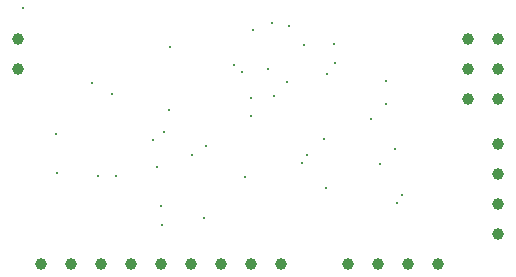
<source format=gbr>
%TF.GenerationSoftware,KiCad,Pcbnew,9.0.5*%
%TF.CreationDate,2025-11-03T15:57:11+06:00*%
%TF.ProjectId,mcu_datalogger,6d63755f-6461-4746-916c-6f676765722e,1*%
%TF.SameCoordinates,Original*%
%TF.FileFunction,Plated,1,2,PTH,Drill*%
%TF.FilePolarity,Positive*%
%FSLAX46Y46*%
G04 Gerber Fmt 4.6, Leading zero omitted, Abs format (unit mm)*
G04 Created by KiCad (PCBNEW 9.0.5) date 2025-11-03 15:57:11*
%MOMM*%
%LPD*%
G01*
G04 APERTURE LIST*
%TA.AperFunction,ViaDrill*%
%ADD10C,0.300000*%
%TD*%
%TA.AperFunction,ComponentDrill*%
%ADD11C,1.000000*%
%TD*%
G04 APERTURE END LIST*
D10*
X105156000Y-75438000D03*
X107950000Y-86106000D03*
X108026686Y-89446686D03*
X110998000Y-81788000D03*
X111543000Y-89662000D03*
X112691269Y-82719269D03*
X113030000Y-89662000D03*
X116198293Y-86589513D03*
X116494000Y-88900000D03*
X116840000Y-92202000D03*
X116976000Y-93811819D03*
X117109000Y-85896941D03*
X117510000Y-84074000D03*
X117602000Y-78740000D03*
X119512000Y-87884000D03*
X120488000Y-93255000D03*
X120650000Y-87122000D03*
X123028000Y-80264000D03*
X123695071Y-80864000D03*
X123952000Y-89754000D03*
X124460000Y-84582000D03*
X124472165Y-83020435D03*
X124695071Y-77308000D03*
X125895071Y-80590775D03*
X126238000Y-76708000D03*
X126441200Y-82880200D03*
X127496070Y-81743507D03*
X127675000Y-76952472D03*
X128778000Y-88554000D03*
X128955800Y-78536800D03*
X129194896Y-87871211D03*
X130665893Y-86504108D03*
X130810000Y-90653825D03*
X130900000Y-81026000D03*
X131496998Y-78526369D03*
X131622800Y-80111600D03*
X134640657Y-84856658D03*
X135395847Y-88669153D03*
X135890000Y-81626000D03*
X135951313Y-83546001D03*
X136652000Y-87376000D03*
X136869000Y-91948000D03*
X137266648Y-91253825D03*
D11*
%TO.C,BT1*%
X104775000Y-78105000D03*
X104775000Y-80645000D03*
%TO.C,J1*%
X106680000Y-97155000D03*
X109220000Y-97155000D03*
X111760000Y-97155000D03*
X114300000Y-97155000D03*
X116840000Y-97155000D03*
X119380000Y-97155000D03*
X121920000Y-97155000D03*
X124460000Y-97155000D03*
X127000000Y-97155000D03*
%TO.C,J3*%
X132715000Y-97155000D03*
X135255000Y-97155000D03*
X137795000Y-97155000D03*
X140335000Y-97155000D03*
%TO.C,J4*%
X142875000Y-78105000D03*
X142875000Y-80645000D03*
X142875000Y-83185000D03*
X145415000Y-78105000D03*
X145415000Y-80645000D03*
X145415000Y-83185000D03*
%TO.C,J2*%
X145415000Y-86995000D03*
X145415000Y-89535000D03*
X145415000Y-92075000D03*
X145415000Y-94615000D03*
M02*

</source>
